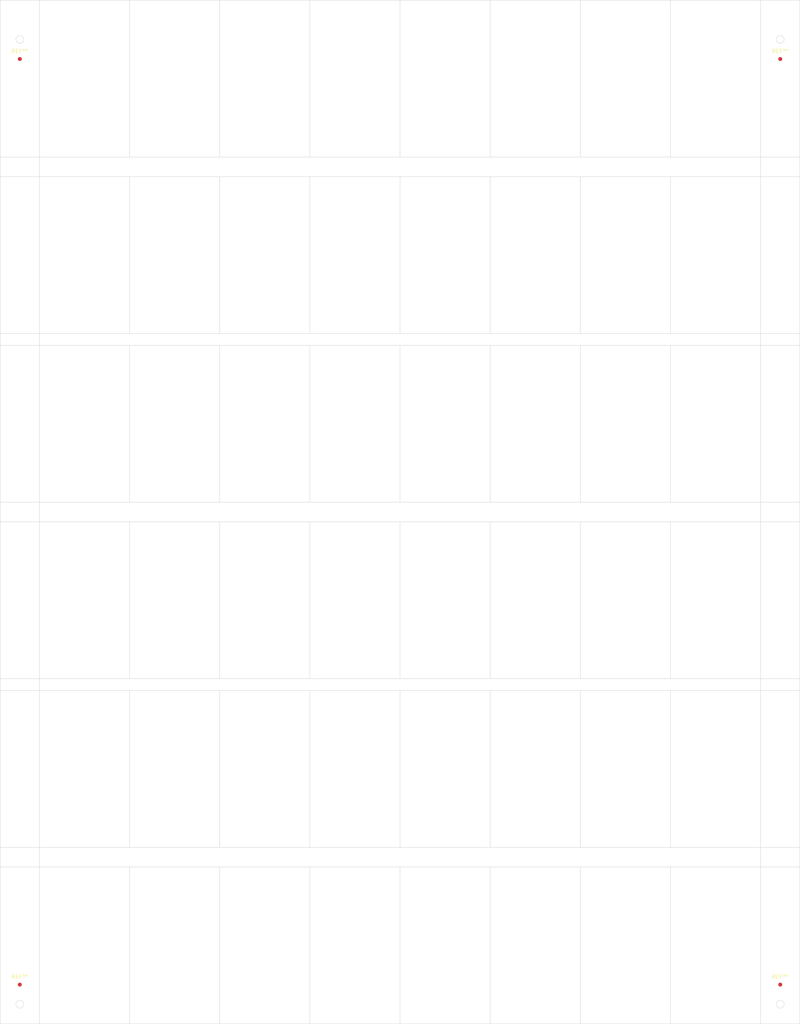
<source format=kicad_pcb>
(kicad_pcb (version 20171130) (host pcbnew "(5.1.8)-1")

  (general
    (thickness 1.6)
    (drawings 78)
    (tracks 0)
    (zones 0)
    (modules 4)
    (nets 1)
  )

  (page A4)
  (layers
    (0 F.Cu signal)
    (31 B.Cu signal)
    (32 B.Adhes user)
    (33 F.Adhes user)
    (34 B.Paste user)
    (35 F.Paste user)
    (36 B.SilkS user)
    (37 F.SilkS user)
    (38 B.Mask user)
    (39 F.Mask user)
    (40 Dwgs.User user)
    (41 Cmts.User user)
    (42 Eco1.User user)
    (43 Eco2.User user)
    (44 Edge.Cuts user)
    (45 Margin user)
    (46 B.CrtYd user hide)
    (47 F.CrtYd user)
    (48 B.Fab user hide)
    (49 F.Fab user hide)
  )

  (setup
    (last_trace_width 0.15)
    (user_trace_width 0.127)
    (user_trace_width 0.25)
    (trace_clearance 0.15)
    (zone_clearance 0.508)
    (zone_45_only no)
    (trace_min 0.127)
    (via_size 0.4)
    (via_drill 0.3)
    (via_min_size 0.2)
    (via_min_drill 0.3)
    (uvia_size 0.2)
    (uvia_drill 0.1)
    (uvias_allowed no)
    (uvia_min_size 0.2)
    (uvia_min_drill 0.1)
    (edge_width 0.1)
    (segment_width 0.2)
    (pcb_text_width 0.3)
    (pcb_text_size 1.5 1.5)
    (mod_edge_width 0.15)
    (mod_text_size 1 1)
    (mod_text_width 0.15)
    (pad_size 2 1)
    (pad_drill 1)
    (pad_to_mask_clearance 0)
    (aux_axis_origin 0 0)
    (visible_elements 7EFDFFFF)
    (pcbplotparams
      (layerselection 0x010f8_ffffffff)
      (usegerberextensions false)
      (usegerberattributes true)
      (usegerberadvancedattributes true)
      (creategerberjobfile true)
      (excludeedgelayer true)
      (linewidth 0.100000)
      (plotframeref false)
      (viasonmask false)
      (mode 1)
      (useauxorigin false)
      (hpglpennumber 1)
      (hpglpenspeed 20)
      (hpglpendiameter 15.000000)
      (psnegative false)
      (psa4output false)
      (plotreference true)
      (plotvalue true)
      (plotinvisibletext false)
      (padsonsilk false)
      (subtractmaskfromsilk false)
      (outputformat 1)
      (mirror false)
      (drillshape 0)
      (scaleselection 1)
      (outputdirectory "gerbers/"))
  )

  (net 0 "")

  (net_class Default "This is the default net class."
    (clearance 0.15)
    (trace_width 0.15)
    (via_dia 0.4)
    (via_drill 0.3)
    (uvia_dia 0.2)
    (uvia_drill 0.1)
  )

  (net_class Power ""
    (clearance 0.15)
    (trace_width 0.25)
    (via_dia 0.8)
    (via_drill 0.4)
    (uvia_dia 0.3)
    (uvia_drill 0.1)
  )

  (module Fiducial:Fiducial_1mm_Mask2mm (layer F.Cu) (tedit 5C18CB26) (tstamp 602180F3)
    (at 5 251)
    (descr "Circular Fiducial, 1mm bare copper, 2mm soldermask opening (Level A)")
    (tags fiducial)
    (attr smd)
    (fp_text reference REF** (at 0 -2) (layer F.SilkS)
      (effects (font (size 1 1) (thickness 0.15)))
    )
    (fp_text value Fiducial_1mm_Mask2mm (at 0 2) (layer F.Fab)
      (effects (font (size 1 1) (thickness 0.15)))
    )
    (fp_circle (center 0 0) (end 1.25 0) (layer F.CrtYd) (width 0.05))
    (fp_circle (center 0 0) (end 1 0) (layer F.Fab) (width 0.1))
    (fp_text user %R (at 0 0) (layer F.Fab)
      (effects (font (size 0.4 0.4) (thickness 0.06)))
    )
    (pad "" smd circle (at 0 0) (size 1 1) (layers F.Cu F.Mask)
      (solder_mask_margin 0.5) (clearance 0.5))
  )

  (module Fiducial:Fiducial_1mm_Mask2mm (layer F.Cu) (tedit 5C18CB26) (tstamp 60218108)
    (at 199 251)
    (descr "Circular Fiducial, 1mm bare copper, 2mm soldermask opening (Level A)")
    (tags fiducial)
    (attr smd)
    (fp_text reference REF** (at 0 -2) (layer F.SilkS)
      (effects (font (size 1 1) (thickness 0.15)))
    )
    (fp_text value Fiducial_1mm_Mask2mm (at 0 2) (layer F.Fab)
      (effects (font (size 1 1) (thickness 0.15)))
    )
    (fp_circle (center 0 0) (end 1.25 0) (layer F.CrtYd) (width 0.05))
    (fp_circle (center 0 0) (end 1 0) (layer F.Fab) (width 0.1))
    (fp_text user %R (at 0 0) (layer F.Fab)
      (effects (font (size 0.4 0.4) (thickness 0.06)))
    )
    (pad "" smd circle (at 0 0) (size 1 1) (layers F.Cu F.Mask)
      (solder_mask_margin 0.5) (clearance 0.5))
  )

  (module Fiducial:Fiducial_1mm_Mask2mm (layer F.Cu) (tedit 5C18CB26) (tstamp 6012A57A)
    (at 199 15)
    (descr "Circular Fiducial, 1mm bare copper, 2mm soldermask opening (Level A)")
    (tags fiducial)
    (attr smd)
    (fp_text reference REF** (at 0 -2) (layer F.SilkS)
      (effects (font (size 1 1) (thickness 0.15)))
    )
    (fp_text value Fiducial_1mm_Mask2mm (at 0 2) (layer F.Fab)
      (effects (font (size 1 1) (thickness 0.15)))
    )
    (fp_circle (center 0 0) (end 1.25 0) (layer F.CrtYd) (width 0.05))
    (fp_circle (center 0 0) (end 1 0) (layer F.Fab) (width 0.1))
    (fp_text user %R (at 0 0) (layer F.Fab)
      (effects (font (size 0.4 0.4) (thickness 0.06)))
    )
    (pad "" smd circle (at 0 0) (size 1 1) (layers F.Cu F.Mask)
      (solder_mask_margin 0.5) (clearance 0.5))
  )

  (module Fiducial:Fiducial_1mm_Mask2mm (layer F.Cu) (tedit 5C18CB26) (tstamp 6012A54F)
    (at 5 15)
    (descr "Circular Fiducial, 1mm bare copper, 2mm soldermask opening (Level A)")
    (tags fiducial)
    (attr smd)
    (fp_text reference REF** (at 0 -2) (layer F.SilkS)
      (effects (font (size 1 1) (thickness 0.15)))
    )
    (fp_text value Fiducial_1mm_Mask2mm (at 0 2) (layer F.Fab)
      (effects (font (size 1 1) (thickness 0.15)))
    )
    (fp_circle (center 0 0) (end 1.25 0) (layer F.CrtYd) (width 0.05))
    (fp_circle (center 0 0) (end 1 0) (layer F.Fab) (width 0.1))
    (fp_text user %R (at 0 0) (layer F.Fab)
      (effects (font (size 0.4 0.4) (thickness 0.06)))
    )
    (pad "" smd circle (at 0 0) (size 1 1) (layers F.Cu F.Mask)
      (solder_mask_margin 0.5) (clearance 0.5))
  )

  (gr_line (start 10 176) (end 194 173) (layer Cmts.User) (width 0.15) (tstamp 602182D9))
  (gr_line (start 194 176) (end 10 173) (layer Cmts.User) (width 0.15) (tstamp 602182D8))
  (gr_line (start 194 88) (end 10 85) (layer Cmts.User) (width 0.15) (tstamp 602182B9))
  (gr_line (start 10 88) (end 194 85) (layer Cmts.User) (width 0.15) (tstamp 602182B8))
  (gr_line (start 194 45) (end 10 40) (layer Cmts.User) (width 0.15) (tstamp 60218275))
  (gr_line (start 10 45) (end 194 40) (layer Cmts.User) (width 0.15) (tstamp 60218274))
  (gr_line (start 10 133) (end 194 128) (layer Cmts.User) (width 0.15) (tstamp 60218259))
  (gr_line (start 194 133) (end 10 128) (layer Cmts.User) (width 0.15) (tstamp 60218258))
  (gr_line (start 10 221) (end 194 216) (layer Cmts.User) (width 0.15))
  (gr_line (start 194 221) (end 10 216) (layer Cmts.User) (width 0.15))
  (gr_text "route out" (at 102 217) (layer Cmts.User) (tstamp 6021824E)
    (effects (font (size 1 1) (thickness 0.15)))
  )
  (gr_text "route out" (at 102 129) (layer Cmts.User) (tstamp 60218248)
    (effects (font (size 1 1) (thickness 0.15)))
  )
  (gr_line (start 148 221) (end 148 261) (layer Edge.Cuts) (width 0.1) (tstamp 6021823F))
  (gr_line (start 79 221) (end 79 261) (layer Edge.Cuts) (width 0.1) (tstamp 6021823E))
  (gr_line (start 171 221) (end 171 261) (layer Edge.Cuts) (width 0.1) (tstamp 6021823D))
  (gr_line (start 33 221) (end 33 261) (layer Edge.Cuts) (width 0.1) (tstamp 6021823C))
  (gr_line (start 102 221) (end 102 261) (layer Edge.Cuts) (width 0.1) (tstamp 6021823B))
  (gr_line (start 56 221) (end 56 261) (layer Edge.Cuts) (width 0.1) (tstamp 6021823A))
  (gr_line (start 125 221) (end 125 261) (layer Edge.Cuts) (width 0.1) (tstamp 60218239))
  (gr_line (start 102 176) (end 102 216) (layer Edge.Cuts) (width 0.1) (tstamp 60218231))
  (gr_line (start 171 176) (end 171 216) (layer Edge.Cuts) (width 0.1) (tstamp 60218230))
  (gr_line (start 56 176) (end 56 216) (layer Edge.Cuts) (width 0.1) (tstamp 6021822F))
  (gr_line (start 125 176) (end 125 216) (layer Edge.Cuts) (width 0.1) (tstamp 6021822E))
  (gr_line (start 79 176) (end 79 216) (layer Edge.Cuts) (width 0.1) (tstamp 6021822D))
  (gr_line (start 148 176) (end 148 216) (layer Edge.Cuts) (width 0.1) (tstamp 6021822C))
  (gr_line (start 33 176) (end 33 216) (layer Edge.Cuts) (width 0.1) (tstamp 6021822B))
  (gr_line (start 0 216) (end 204 216) (layer Edge.Cuts) (width 0.1) (tstamp 60218229))
  (gr_line (start 171 133) (end 171 173) (layer Edge.Cuts) (width 0.1) (tstamp 602181DD))
  (gr_line (start 79 133) (end 79 173) (layer Edge.Cuts) (width 0.1) (tstamp 602181DC))
  (gr_line (start 33 133) (end 33 173) (layer Edge.Cuts) (width 0.1) (tstamp 602181DB))
  (gr_line (start 102 133) (end 102 173) (layer Edge.Cuts) (width 0.1) (tstamp 602181DA))
  (gr_line (start 56 133) (end 56 173) (layer Edge.Cuts) (width 0.1) (tstamp 602181D9))
  (gr_line (start 148 133) (end 148 173) (layer Edge.Cuts) (width 0.1) (tstamp 602181D8))
  (gr_line (start 125 133) (end 125 173) (layer Edge.Cuts) (width 0.1) (tstamp 602181D7))
  (gr_line (start 0 133) (end 204 133) (layer Edge.Cuts) (width 0.1) (tstamp 602181A9))
  (gr_line (start 0 88) (end 204 88) (layer Edge.Cuts) (width 0.1) (tstamp 602180B1))
  (gr_line (start 0 128) (end 204 128) (layer Edge.Cuts) (width 0.1) (tstamp 602180A8))
  (gr_text "route out" (at 102 86) (layer Cmts.User) (tstamp 602180A2)
    (effects (font (size 1 1) (thickness 0.15)))
  )
  (gr_line (start 79 88) (end 79 128) (layer Edge.Cuts) (width 0.1) (tstamp 60218183))
  (gr_line (start 33 88) (end 33 128) (layer Edge.Cuts) (width 0.1) (tstamp 60218182))
  (gr_line (start 102 88) (end 102 128) (layer Edge.Cuts) (width 0.1) (tstamp 60218181))
  (gr_line (start 56 88) (end 56 128) (layer Edge.Cuts) (width 0.1) (tstamp 60218180))
  (gr_line (start 148 88) (end 148 128) (layer Edge.Cuts) (width 0.1) (tstamp 6021817F))
  (gr_line (start 125 88) (end 125 128) (layer Edge.Cuts) (width 0.1) (tstamp 6021817E))
  (gr_line (start 171 88) (end 171 128) (layer Edge.Cuts) (width 0.1) (tstamp 6021817D))
  (gr_line (start 79 45) (end 79 85) (layer Edge.Cuts) (width 0.1) (tstamp 60218175))
  (gr_line (start 125 45) (end 125 85) (layer Edge.Cuts) (width 0.1) (tstamp 60218174))
  (gr_line (start 56 45) (end 56 85) (layer Edge.Cuts) (width 0.1) (tstamp 60218173))
  (gr_line (start 33 45) (end 33 85) (layer Edge.Cuts) (width 0.1) (tstamp 60218172))
  (gr_line (start 102 45) (end 102 85) (layer Edge.Cuts) (width 0.1) (tstamp 60218171))
  (gr_line (start 148 45) (end 148 85) (layer Edge.Cuts) (width 0.1) (tstamp 60218170))
  (gr_line (start 171 45) (end 171 85) (layer Edge.Cuts) (width 0.1) (tstamp 6021816F))
  (gr_text "route out" (at 102 41) (layer Cmts.User) (tstamp 60218159)
    (effects (font (size 1 1) (thickness 0.15)))
  )
  (gr_line (start 0 45) (end 204 45) (layer Edge.Cuts) (width 0.1) (tstamp 60218142))
  (gr_text "route out" (at 102 174) (layer Cmts.User) (tstamp 6021809F)
    (effects (font (size 1 1) (thickness 0.15)))
  )
  (gr_line (start 171 0) (end 171 40) (layer Edge.Cuts) (width 0.1) (tstamp 6012A602))
  (gr_line (start 148 0) (end 148 40) (layer Edge.Cuts) (width 0.1) (tstamp 6012A5FC))
  (gr_line (start 125 0) (end 125 40) (layer Edge.Cuts) (width 0.1) (tstamp 6012A5F7))
  (gr_line (start 102 0) (end 102 40) (layer Edge.Cuts) (width 0.1) (tstamp 6012A5EF))
  (gr_line (start 79 0) (end 79 40) (layer Edge.Cuts) (width 0.1) (tstamp 6012A5EA))
  (gr_line (start 56 0) (end 56 40) (layer Edge.Cuts) (width 0.1) (tstamp 6012A5E1))
  (gr_line (start 33 0) (end 33 40) (layer Edge.Cuts) (width 0.1) (tstamp 6012A5D9))
  (gr_circle (center 199 10) (end 200 10) (layer Edge.Cuts) (width 0.1))
  (gr_circle (center 199 256) (end 200 256) (layer Edge.Cuts) (width 0.1) (tstamp 602180CC))
  (gr_circle (center 5 256) (end 6 256) (layer Edge.Cuts) (width 0.1) (tstamp 602180C6))
  (gr_circle (center 5 10) (end 6 10) (layer Edge.Cuts) (width 0.1))
  (gr_circle (center 5 10) (end 5 9) (layer F.Fab) (width 0.15))
  (gr_line (start 0 221) (end 204 221) (layer Edge.Cuts) (width 0.1) (tstamp 602180C0))
  (gr_line (start 0 176) (end 204 176) (layer Edge.Cuts) (width 0.1) (tstamp 602180BA))
  (gr_line (start 0 173) (end 204 173) (layer Edge.Cuts) (width 0.1) (tstamp 602180B7))
  (gr_line (start 0 85) (end 204 85) (layer Edge.Cuts) (width 0.1) (tstamp 602180AE))
  (gr_line (start 0 40) (end 204 40) (layer Edge.Cuts) (width 0.1) (tstamp 602180AB))
  (gr_line (start 194 0) (end 194 261) (layer Edge.Cuts) (width 0.1) (tstamp 60124669))
  (gr_line (start 10 0) (end 10 261) (layer Edge.Cuts) (width 0.1) (tstamp 6012465D))
  (gr_line (start 0 0) (end 0 261) (layer Edge.Cuts) (width 0.1) (tstamp 601245FC))
  (gr_line (start 0 261) (end 204 261) (layer Edge.Cuts) (width 0.1) (tstamp 602180A5))
  (gr_line (start 204 0) (end 204 261) (layer Edge.Cuts) (width 0.1))
  (gr_line (start 0 0) (end 204 0) (layer Edge.Cuts) (width 0.1) (tstamp 60124684))

)

</source>
